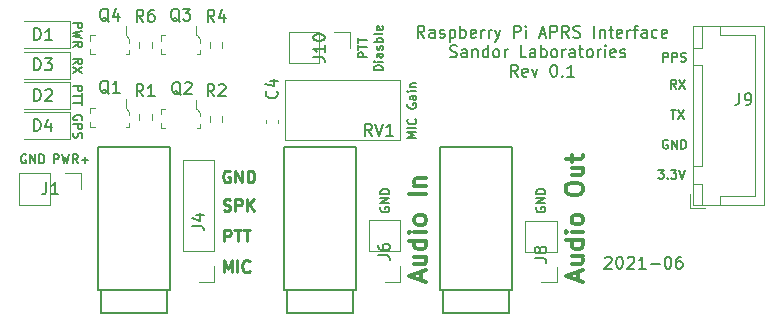
<source format=gbr>
%TF.GenerationSoftware,KiCad,Pcbnew,(5.1.9)-1*%
%TF.CreationDate,2021-06-10T09:26:42-06:00*%
%TF.ProjectId,sl-pi-aprs,736c2d70-692d-4617-9072-732e6b696361,rev?*%
%TF.SameCoordinates,Original*%
%TF.FileFunction,Legend,Top*%
%TF.FilePolarity,Positive*%
%FSLAX46Y46*%
G04 Gerber Fmt 4.6, Leading zero omitted, Abs format (unit mm)*
G04 Created by KiCad (PCBNEW (5.1.9)-1) date 2021-06-10 09:26:42*
%MOMM*%
%LPD*%
G01*
G04 APERTURE LIST*
%ADD10C,0.187500*%
%ADD11C,0.150000*%
%ADD12C,0.300000*%
%ADD13C,0.250000*%
%ADD14C,0.120000*%
%ADD15C,0.100000*%
G04 APERTURE END LIST*
D10*
X139439285Y-98521428D02*
X138689285Y-98521428D01*
X139225000Y-98271428D01*
X138689285Y-98021428D01*
X139439285Y-98021428D01*
X139439285Y-97664285D02*
X138689285Y-97664285D01*
X139367857Y-96878571D02*
X139403571Y-96914285D01*
X139439285Y-97021428D01*
X139439285Y-97092857D01*
X139403571Y-97200000D01*
X139332142Y-97271428D01*
X139260714Y-97307142D01*
X139117857Y-97342857D01*
X139010714Y-97342857D01*
X138867857Y-97307142D01*
X138796428Y-97271428D01*
X138725000Y-97200000D01*
X138689285Y-97092857D01*
X138689285Y-97021428D01*
X138725000Y-96914285D01*
X138760714Y-96878571D01*
X138725000Y-95592857D02*
X138689285Y-95664285D01*
X138689285Y-95771428D01*
X138725000Y-95878571D01*
X138796428Y-95950000D01*
X138867857Y-95985714D01*
X139010714Y-96021428D01*
X139117857Y-96021428D01*
X139260714Y-95985714D01*
X139332142Y-95950000D01*
X139403571Y-95878571D01*
X139439285Y-95771428D01*
X139439285Y-95700000D01*
X139403571Y-95592857D01*
X139367857Y-95557142D01*
X139117857Y-95557142D01*
X139117857Y-95700000D01*
X139439285Y-94914285D02*
X139046428Y-94914285D01*
X138975000Y-94950000D01*
X138939285Y-95021428D01*
X138939285Y-95164285D01*
X138975000Y-95235714D01*
X139403571Y-94914285D02*
X139439285Y-94985714D01*
X139439285Y-95164285D01*
X139403571Y-95235714D01*
X139332142Y-95271428D01*
X139260714Y-95271428D01*
X139189285Y-95235714D01*
X139153571Y-95164285D01*
X139153571Y-94985714D01*
X139117857Y-94914285D01*
X139439285Y-94557142D02*
X138939285Y-94557142D01*
X138689285Y-94557142D02*
X138725000Y-94592857D01*
X138760714Y-94557142D01*
X138725000Y-94521428D01*
X138689285Y-94557142D01*
X138760714Y-94557142D01*
X138939285Y-94200000D02*
X139439285Y-94200000D01*
X139010714Y-94200000D02*
X138975000Y-94164285D01*
X138939285Y-94092857D01*
X138939285Y-93985714D01*
X138975000Y-93914285D01*
X139046428Y-93878571D01*
X139439285Y-93878571D01*
D11*
X155414285Y-108647619D02*
X155461904Y-108600000D01*
X155557142Y-108552380D01*
X155795238Y-108552380D01*
X155890476Y-108600000D01*
X155938095Y-108647619D01*
X155985714Y-108742857D01*
X155985714Y-108838095D01*
X155938095Y-108980952D01*
X155366666Y-109552380D01*
X155985714Y-109552380D01*
X156604761Y-108552380D02*
X156700000Y-108552380D01*
X156795238Y-108600000D01*
X156842857Y-108647619D01*
X156890476Y-108742857D01*
X156938095Y-108933333D01*
X156938095Y-109171428D01*
X156890476Y-109361904D01*
X156842857Y-109457142D01*
X156795238Y-109504761D01*
X156700000Y-109552380D01*
X156604761Y-109552380D01*
X156509523Y-109504761D01*
X156461904Y-109457142D01*
X156414285Y-109361904D01*
X156366666Y-109171428D01*
X156366666Y-108933333D01*
X156414285Y-108742857D01*
X156461904Y-108647619D01*
X156509523Y-108600000D01*
X156604761Y-108552380D01*
X157319047Y-108647619D02*
X157366666Y-108600000D01*
X157461904Y-108552380D01*
X157700000Y-108552380D01*
X157795238Y-108600000D01*
X157842857Y-108647619D01*
X157890476Y-108742857D01*
X157890476Y-108838095D01*
X157842857Y-108980952D01*
X157271428Y-109552380D01*
X157890476Y-109552380D01*
X158842857Y-109552380D02*
X158271428Y-109552380D01*
X158557142Y-109552380D02*
X158557142Y-108552380D01*
X158461904Y-108695238D01*
X158366666Y-108790476D01*
X158271428Y-108838095D01*
X159271428Y-109171428D02*
X160033333Y-109171428D01*
X160700000Y-108552380D02*
X160795238Y-108552380D01*
X160890476Y-108600000D01*
X160938095Y-108647619D01*
X160985714Y-108742857D01*
X161033333Y-108933333D01*
X161033333Y-109171428D01*
X160985714Y-109361904D01*
X160938095Y-109457142D01*
X160890476Y-109504761D01*
X160795238Y-109552380D01*
X160700000Y-109552380D01*
X160604761Y-109504761D01*
X160557142Y-109457142D01*
X160509523Y-109361904D01*
X160461904Y-109171428D01*
X160461904Y-108933333D01*
X160509523Y-108742857D01*
X160557142Y-108647619D01*
X160604761Y-108600000D01*
X160700000Y-108552380D01*
X161890476Y-108552380D02*
X161700000Y-108552380D01*
X161604761Y-108600000D01*
X161557142Y-108647619D01*
X161461904Y-108790476D01*
X161414285Y-108980952D01*
X161414285Y-109361904D01*
X161461904Y-109457142D01*
X161509523Y-109504761D01*
X161604761Y-109552380D01*
X161795238Y-109552380D01*
X161890476Y-109504761D01*
X161938095Y-109457142D01*
X161985714Y-109361904D01*
X161985714Y-109123809D01*
X161938095Y-109028571D01*
X161890476Y-108980952D01*
X161795238Y-108933333D01*
X161604761Y-108933333D01*
X161509523Y-108980952D01*
X161461904Y-109028571D01*
X161414285Y-109123809D01*
X140123809Y-90002380D02*
X139790476Y-89526190D01*
X139552380Y-90002380D02*
X139552380Y-89002380D01*
X139933333Y-89002380D01*
X140028571Y-89050000D01*
X140076190Y-89097619D01*
X140123809Y-89192857D01*
X140123809Y-89335714D01*
X140076190Y-89430952D01*
X140028571Y-89478571D01*
X139933333Y-89526190D01*
X139552380Y-89526190D01*
X140980952Y-90002380D02*
X140980952Y-89478571D01*
X140933333Y-89383333D01*
X140838095Y-89335714D01*
X140647619Y-89335714D01*
X140552380Y-89383333D01*
X140980952Y-89954761D02*
X140885714Y-90002380D01*
X140647619Y-90002380D01*
X140552380Y-89954761D01*
X140504761Y-89859523D01*
X140504761Y-89764285D01*
X140552380Y-89669047D01*
X140647619Y-89621428D01*
X140885714Y-89621428D01*
X140980952Y-89573809D01*
X141409523Y-89954761D02*
X141504761Y-90002380D01*
X141695238Y-90002380D01*
X141790476Y-89954761D01*
X141838095Y-89859523D01*
X141838095Y-89811904D01*
X141790476Y-89716666D01*
X141695238Y-89669047D01*
X141552380Y-89669047D01*
X141457142Y-89621428D01*
X141409523Y-89526190D01*
X141409523Y-89478571D01*
X141457142Y-89383333D01*
X141552380Y-89335714D01*
X141695238Y-89335714D01*
X141790476Y-89383333D01*
X142266666Y-89335714D02*
X142266666Y-90335714D01*
X142266666Y-89383333D02*
X142361904Y-89335714D01*
X142552380Y-89335714D01*
X142647619Y-89383333D01*
X142695238Y-89430952D01*
X142742857Y-89526190D01*
X142742857Y-89811904D01*
X142695238Y-89907142D01*
X142647619Y-89954761D01*
X142552380Y-90002380D01*
X142361904Y-90002380D01*
X142266666Y-89954761D01*
X143171428Y-90002380D02*
X143171428Y-89002380D01*
X143171428Y-89383333D02*
X143266666Y-89335714D01*
X143457142Y-89335714D01*
X143552380Y-89383333D01*
X143600000Y-89430952D01*
X143647619Y-89526190D01*
X143647619Y-89811904D01*
X143600000Y-89907142D01*
X143552380Y-89954761D01*
X143457142Y-90002380D01*
X143266666Y-90002380D01*
X143171428Y-89954761D01*
X144457142Y-89954761D02*
X144361904Y-90002380D01*
X144171428Y-90002380D01*
X144076190Y-89954761D01*
X144028571Y-89859523D01*
X144028571Y-89478571D01*
X144076190Y-89383333D01*
X144171428Y-89335714D01*
X144361904Y-89335714D01*
X144457142Y-89383333D01*
X144504761Y-89478571D01*
X144504761Y-89573809D01*
X144028571Y-89669047D01*
X144933333Y-90002380D02*
X144933333Y-89335714D01*
X144933333Y-89526190D02*
X144980952Y-89430952D01*
X145028571Y-89383333D01*
X145123809Y-89335714D01*
X145219047Y-89335714D01*
X145552380Y-90002380D02*
X145552380Y-89335714D01*
X145552380Y-89526190D02*
X145600000Y-89430952D01*
X145647619Y-89383333D01*
X145742857Y-89335714D01*
X145838095Y-89335714D01*
X146076190Y-89335714D02*
X146314285Y-90002380D01*
X146552380Y-89335714D02*
X146314285Y-90002380D01*
X146219047Y-90240476D01*
X146171428Y-90288095D01*
X146076190Y-90335714D01*
X147695238Y-90002380D02*
X147695238Y-89002380D01*
X148076190Y-89002380D01*
X148171428Y-89050000D01*
X148219047Y-89097619D01*
X148266666Y-89192857D01*
X148266666Y-89335714D01*
X148219047Y-89430952D01*
X148171428Y-89478571D01*
X148076190Y-89526190D01*
X147695238Y-89526190D01*
X148695238Y-90002380D02*
X148695238Y-89335714D01*
X148695238Y-89002380D02*
X148647619Y-89050000D01*
X148695238Y-89097619D01*
X148742857Y-89050000D01*
X148695238Y-89002380D01*
X148695238Y-89097619D01*
X149885714Y-89716666D02*
X150361904Y-89716666D01*
X149790476Y-90002380D02*
X150123809Y-89002380D01*
X150457142Y-90002380D01*
X150790476Y-90002380D02*
X150790476Y-89002380D01*
X151171428Y-89002380D01*
X151266666Y-89050000D01*
X151314285Y-89097619D01*
X151361904Y-89192857D01*
X151361904Y-89335714D01*
X151314285Y-89430952D01*
X151266666Y-89478571D01*
X151171428Y-89526190D01*
X150790476Y-89526190D01*
X152361904Y-90002380D02*
X152028571Y-89526190D01*
X151790476Y-90002380D02*
X151790476Y-89002380D01*
X152171428Y-89002380D01*
X152266666Y-89050000D01*
X152314285Y-89097619D01*
X152361904Y-89192857D01*
X152361904Y-89335714D01*
X152314285Y-89430952D01*
X152266666Y-89478571D01*
X152171428Y-89526190D01*
X151790476Y-89526190D01*
X152742857Y-89954761D02*
X152885714Y-90002380D01*
X153123809Y-90002380D01*
X153219047Y-89954761D01*
X153266666Y-89907142D01*
X153314285Y-89811904D01*
X153314285Y-89716666D01*
X153266666Y-89621428D01*
X153219047Y-89573809D01*
X153123809Y-89526190D01*
X152933333Y-89478571D01*
X152838095Y-89430952D01*
X152790476Y-89383333D01*
X152742857Y-89288095D01*
X152742857Y-89192857D01*
X152790476Y-89097619D01*
X152838095Y-89050000D01*
X152933333Y-89002380D01*
X153171428Y-89002380D01*
X153314285Y-89050000D01*
X154504761Y-90002380D02*
X154504761Y-89002380D01*
X154980952Y-89335714D02*
X154980952Y-90002380D01*
X154980952Y-89430952D02*
X155028571Y-89383333D01*
X155123809Y-89335714D01*
X155266666Y-89335714D01*
X155361904Y-89383333D01*
X155409523Y-89478571D01*
X155409523Y-90002380D01*
X155742857Y-89335714D02*
X156123809Y-89335714D01*
X155885714Y-89002380D02*
X155885714Y-89859523D01*
X155933333Y-89954761D01*
X156028571Y-90002380D01*
X156123809Y-90002380D01*
X156838095Y-89954761D02*
X156742857Y-90002380D01*
X156552380Y-90002380D01*
X156457142Y-89954761D01*
X156409523Y-89859523D01*
X156409523Y-89478571D01*
X156457142Y-89383333D01*
X156552380Y-89335714D01*
X156742857Y-89335714D01*
X156838095Y-89383333D01*
X156885714Y-89478571D01*
X156885714Y-89573809D01*
X156409523Y-89669047D01*
X157314285Y-90002380D02*
X157314285Y-89335714D01*
X157314285Y-89526190D02*
X157361904Y-89430952D01*
X157409523Y-89383333D01*
X157504761Y-89335714D01*
X157600000Y-89335714D01*
X157790476Y-89335714D02*
X158171428Y-89335714D01*
X157933333Y-90002380D02*
X157933333Y-89145238D01*
X157980952Y-89050000D01*
X158076190Y-89002380D01*
X158171428Y-89002380D01*
X158933333Y-90002380D02*
X158933333Y-89478571D01*
X158885714Y-89383333D01*
X158790476Y-89335714D01*
X158600000Y-89335714D01*
X158504761Y-89383333D01*
X158933333Y-89954761D02*
X158838095Y-90002380D01*
X158600000Y-90002380D01*
X158504761Y-89954761D01*
X158457142Y-89859523D01*
X158457142Y-89764285D01*
X158504761Y-89669047D01*
X158600000Y-89621428D01*
X158838095Y-89621428D01*
X158933333Y-89573809D01*
X159838095Y-89954761D02*
X159742857Y-90002380D01*
X159552380Y-90002380D01*
X159457142Y-89954761D01*
X159409523Y-89907142D01*
X159361904Y-89811904D01*
X159361904Y-89526190D01*
X159409523Y-89430952D01*
X159457142Y-89383333D01*
X159552380Y-89335714D01*
X159742857Y-89335714D01*
X159838095Y-89383333D01*
X160647619Y-89954761D02*
X160552380Y-90002380D01*
X160361904Y-90002380D01*
X160266666Y-89954761D01*
X160219047Y-89859523D01*
X160219047Y-89478571D01*
X160266666Y-89383333D01*
X160361904Y-89335714D01*
X160552380Y-89335714D01*
X160647619Y-89383333D01*
X160695238Y-89478571D01*
X160695238Y-89573809D01*
X160219047Y-89669047D01*
X142290476Y-91604761D02*
X142433333Y-91652380D01*
X142671428Y-91652380D01*
X142766666Y-91604761D01*
X142814285Y-91557142D01*
X142861904Y-91461904D01*
X142861904Y-91366666D01*
X142814285Y-91271428D01*
X142766666Y-91223809D01*
X142671428Y-91176190D01*
X142480952Y-91128571D01*
X142385714Y-91080952D01*
X142338095Y-91033333D01*
X142290476Y-90938095D01*
X142290476Y-90842857D01*
X142338095Y-90747619D01*
X142385714Y-90700000D01*
X142480952Y-90652380D01*
X142719047Y-90652380D01*
X142861904Y-90700000D01*
X143719047Y-91652380D02*
X143719047Y-91128571D01*
X143671428Y-91033333D01*
X143576190Y-90985714D01*
X143385714Y-90985714D01*
X143290476Y-91033333D01*
X143719047Y-91604761D02*
X143623809Y-91652380D01*
X143385714Y-91652380D01*
X143290476Y-91604761D01*
X143242857Y-91509523D01*
X143242857Y-91414285D01*
X143290476Y-91319047D01*
X143385714Y-91271428D01*
X143623809Y-91271428D01*
X143719047Y-91223809D01*
X144195238Y-90985714D02*
X144195238Y-91652380D01*
X144195238Y-91080952D02*
X144242857Y-91033333D01*
X144338095Y-90985714D01*
X144480952Y-90985714D01*
X144576190Y-91033333D01*
X144623809Y-91128571D01*
X144623809Y-91652380D01*
X145528571Y-91652380D02*
X145528571Y-90652380D01*
X145528571Y-91604761D02*
X145433333Y-91652380D01*
X145242857Y-91652380D01*
X145147619Y-91604761D01*
X145100000Y-91557142D01*
X145052380Y-91461904D01*
X145052380Y-91176190D01*
X145100000Y-91080952D01*
X145147619Y-91033333D01*
X145242857Y-90985714D01*
X145433333Y-90985714D01*
X145528571Y-91033333D01*
X146147619Y-91652380D02*
X146052380Y-91604761D01*
X146004761Y-91557142D01*
X145957142Y-91461904D01*
X145957142Y-91176190D01*
X146004761Y-91080952D01*
X146052380Y-91033333D01*
X146147619Y-90985714D01*
X146290476Y-90985714D01*
X146385714Y-91033333D01*
X146433333Y-91080952D01*
X146480952Y-91176190D01*
X146480952Y-91461904D01*
X146433333Y-91557142D01*
X146385714Y-91604761D01*
X146290476Y-91652380D01*
X146147619Y-91652380D01*
X146909523Y-91652380D02*
X146909523Y-90985714D01*
X146909523Y-91176190D02*
X146957142Y-91080952D01*
X147004761Y-91033333D01*
X147100000Y-90985714D01*
X147195238Y-90985714D01*
X148766666Y-91652380D02*
X148290476Y-91652380D01*
X148290476Y-90652380D01*
X149528571Y-91652380D02*
X149528571Y-91128571D01*
X149480952Y-91033333D01*
X149385714Y-90985714D01*
X149195238Y-90985714D01*
X149100000Y-91033333D01*
X149528571Y-91604761D02*
X149433333Y-91652380D01*
X149195238Y-91652380D01*
X149100000Y-91604761D01*
X149052380Y-91509523D01*
X149052380Y-91414285D01*
X149100000Y-91319047D01*
X149195238Y-91271428D01*
X149433333Y-91271428D01*
X149528571Y-91223809D01*
X150004761Y-91652380D02*
X150004761Y-90652380D01*
X150004761Y-91033333D02*
X150100000Y-90985714D01*
X150290476Y-90985714D01*
X150385714Y-91033333D01*
X150433333Y-91080952D01*
X150480952Y-91176190D01*
X150480952Y-91461904D01*
X150433333Y-91557142D01*
X150385714Y-91604761D01*
X150290476Y-91652380D01*
X150100000Y-91652380D01*
X150004761Y-91604761D01*
X151052380Y-91652380D02*
X150957142Y-91604761D01*
X150909523Y-91557142D01*
X150861904Y-91461904D01*
X150861904Y-91176190D01*
X150909523Y-91080952D01*
X150957142Y-91033333D01*
X151052380Y-90985714D01*
X151195238Y-90985714D01*
X151290476Y-91033333D01*
X151338095Y-91080952D01*
X151385714Y-91176190D01*
X151385714Y-91461904D01*
X151338095Y-91557142D01*
X151290476Y-91604761D01*
X151195238Y-91652380D01*
X151052380Y-91652380D01*
X151814285Y-91652380D02*
X151814285Y-90985714D01*
X151814285Y-91176190D02*
X151861904Y-91080952D01*
X151909523Y-91033333D01*
X152004761Y-90985714D01*
X152100000Y-90985714D01*
X152861904Y-91652380D02*
X152861904Y-91128571D01*
X152814285Y-91033333D01*
X152719047Y-90985714D01*
X152528571Y-90985714D01*
X152433333Y-91033333D01*
X152861904Y-91604761D02*
X152766666Y-91652380D01*
X152528571Y-91652380D01*
X152433333Y-91604761D01*
X152385714Y-91509523D01*
X152385714Y-91414285D01*
X152433333Y-91319047D01*
X152528571Y-91271428D01*
X152766666Y-91271428D01*
X152861904Y-91223809D01*
X153195238Y-90985714D02*
X153576190Y-90985714D01*
X153338095Y-90652380D02*
X153338095Y-91509523D01*
X153385714Y-91604761D01*
X153480952Y-91652380D01*
X153576190Y-91652380D01*
X154052380Y-91652380D02*
X153957142Y-91604761D01*
X153909523Y-91557142D01*
X153861904Y-91461904D01*
X153861904Y-91176190D01*
X153909523Y-91080952D01*
X153957142Y-91033333D01*
X154052380Y-90985714D01*
X154195238Y-90985714D01*
X154290476Y-91033333D01*
X154338095Y-91080952D01*
X154385714Y-91176190D01*
X154385714Y-91461904D01*
X154338095Y-91557142D01*
X154290476Y-91604761D01*
X154195238Y-91652380D01*
X154052380Y-91652380D01*
X154814285Y-91652380D02*
X154814285Y-90985714D01*
X154814285Y-91176190D02*
X154861904Y-91080952D01*
X154909523Y-91033333D01*
X155004761Y-90985714D01*
X155100000Y-90985714D01*
X155433333Y-91652380D02*
X155433333Y-90985714D01*
X155433333Y-90652380D02*
X155385714Y-90700000D01*
X155433333Y-90747619D01*
X155480952Y-90700000D01*
X155433333Y-90652380D01*
X155433333Y-90747619D01*
X156290476Y-91604761D02*
X156195238Y-91652380D01*
X156004761Y-91652380D01*
X155909523Y-91604761D01*
X155861904Y-91509523D01*
X155861904Y-91128571D01*
X155909523Y-91033333D01*
X156004761Y-90985714D01*
X156195238Y-90985714D01*
X156290476Y-91033333D01*
X156338095Y-91128571D01*
X156338095Y-91223809D01*
X155861904Y-91319047D01*
X156719047Y-91604761D02*
X156814285Y-91652380D01*
X157004761Y-91652380D01*
X157100000Y-91604761D01*
X157147619Y-91509523D01*
X157147619Y-91461904D01*
X157100000Y-91366666D01*
X157004761Y-91319047D01*
X156861904Y-91319047D01*
X156766666Y-91271428D01*
X156719047Y-91176190D01*
X156719047Y-91128571D01*
X156766666Y-91033333D01*
X156861904Y-90985714D01*
X157004761Y-90985714D01*
X157100000Y-91033333D01*
X148028571Y-93302380D02*
X147695238Y-92826190D01*
X147457142Y-93302380D02*
X147457142Y-92302380D01*
X147838095Y-92302380D01*
X147933333Y-92350000D01*
X147980952Y-92397619D01*
X148028571Y-92492857D01*
X148028571Y-92635714D01*
X147980952Y-92730952D01*
X147933333Y-92778571D01*
X147838095Y-92826190D01*
X147457142Y-92826190D01*
X148838095Y-93254761D02*
X148742857Y-93302380D01*
X148552380Y-93302380D01*
X148457142Y-93254761D01*
X148409523Y-93159523D01*
X148409523Y-92778571D01*
X148457142Y-92683333D01*
X148552380Y-92635714D01*
X148742857Y-92635714D01*
X148838095Y-92683333D01*
X148885714Y-92778571D01*
X148885714Y-92873809D01*
X148409523Y-92969047D01*
X149219047Y-92635714D02*
X149457142Y-93302380D01*
X149695238Y-92635714D01*
X151028571Y-92302380D02*
X151123809Y-92302380D01*
X151219047Y-92350000D01*
X151266666Y-92397619D01*
X151314285Y-92492857D01*
X151361904Y-92683333D01*
X151361904Y-92921428D01*
X151314285Y-93111904D01*
X151266666Y-93207142D01*
X151219047Y-93254761D01*
X151123809Y-93302380D01*
X151028571Y-93302380D01*
X150933333Y-93254761D01*
X150885714Y-93207142D01*
X150838095Y-93111904D01*
X150790476Y-92921428D01*
X150790476Y-92683333D01*
X150838095Y-92492857D01*
X150885714Y-92397619D01*
X150933333Y-92350000D01*
X151028571Y-92302380D01*
X151790476Y-93207142D02*
X151838095Y-93254761D01*
X151790476Y-93302380D01*
X151742857Y-93254761D01*
X151790476Y-93207142D01*
X151790476Y-93302380D01*
X152790476Y-93302380D02*
X152219047Y-93302380D01*
X152504761Y-93302380D02*
X152504761Y-92302380D01*
X152409523Y-92445238D01*
X152314285Y-92540476D01*
X152219047Y-92588095D01*
D10*
X159928857Y-101189285D02*
X160393142Y-101189285D01*
X160143142Y-101475000D01*
X160250285Y-101475000D01*
X160321714Y-101510714D01*
X160357428Y-101546428D01*
X160393142Y-101617857D01*
X160393142Y-101796428D01*
X160357428Y-101867857D01*
X160321714Y-101903571D01*
X160250285Y-101939285D01*
X160036000Y-101939285D01*
X159964571Y-101903571D01*
X159928857Y-101867857D01*
X160714571Y-101867857D02*
X160750285Y-101903571D01*
X160714571Y-101939285D01*
X160678857Y-101903571D01*
X160714571Y-101867857D01*
X160714571Y-101939285D01*
X161000285Y-101189285D02*
X161464571Y-101189285D01*
X161214571Y-101475000D01*
X161321714Y-101475000D01*
X161393142Y-101510714D01*
X161428857Y-101546428D01*
X161464571Y-101617857D01*
X161464571Y-101796428D01*
X161428857Y-101867857D01*
X161393142Y-101903571D01*
X161321714Y-101939285D01*
X161107428Y-101939285D01*
X161036000Y-101903571D01*
X161000285Y-101867857D01*
X161678857Y-101189285D02*
X161928857Y-101939285D01*
X162178857Y-101189285D01*
X160718571Y-98685000D02*
X160647142Y-98649285D01*
X160540000Y-98649285D01*
X160432857Y-98685000D01*
X160361428Y-98756428D01*
X160325714Y-98827857D01*
X160290000Y-98970714D01*
X160290000Y-99077857D01*
X160325714Y-99220714D01*
X160361428Y-99292142D01*
X160432857Y-99363571D01*
X160540000Y-99399285D01*
X160611428Y-99399285D01*
X160718571Y-99363571D01*
X160754285Y-99327857D01*
X160754285Y-99077857D01*
X160611428Y-99077857D01*
X161075714Y-99399285D02*
X161075714Y-98649285D01*
X161504285Y-99399285D01*
X161504285Y-98649285D01*
X161861428Y-99399285D02*
X161861428Y-98649285D01*
X162040000Y-98649285D01*
X162147142Y-98685000D01*
X162218571Y-98756428D01*
X162254285Y-98827857D01*
X162290000Y-98970714D01*
X162290000Y-99077857D01*
X162254285Y-99220714D01*
X162218571Y-99292142D01*
X162147142Y-99363571D01*
X162040000Y-99399285D01*
X161861428Y-99399285D01*
X160972571Y-96109285D02*
X161401142Y-96109285D01*
X161186857Y-96859285D02*
X161186857Y-96109285D01*
X161579714Y-96109285D02*
X162079714Y-96859285D01*
X162079714Y-96109285D02*
X161579714Y-96859285D01*
X161419000Y-94319285D02*
X161169000Y-93962142D01*
X160990428Y-94319285D02*
X160990428Y-93569285D01*
X161276142Y-93569285D01*
X161347571Y-93605000D01*
X161383285Y-93640714D01*
X161419000Y-93712142D01*
X161419000Y-93819285D01*
X161383285Y-93890714D01*
X161347571Y-93926428D01*
X161276142Y-93962142D01*
X160990428Y-93962142D01*
X161669000Y-93569285D02*
X162169000Y-94319285D01*
X162169000Y-93569285D02*
X161669000Y-94319285D01*
X160361428Y-92033285D02*
X160361428Y-91283285D01*
X160647142Y-91283285D01*
X160718571Y-91319000D01*
X160754285Y-91354714D01*
X160790000Y-91426142D01*
X160790000Y-91533285D01*
X160754285Y-91604714D01*
X160718571Y-91640428D01*
X160647142Y-91676142D01*
X160361428Y-91676142D01*
X161111428Y-92033285D02*
X161111428Y-91283285D01*
X161397142Y-91283285D01*
X161468571Y-91319000D01*
X161504285Y-91354714D01*
X161540000Y-91426142D01*
X161540000Y-91533285D01*
X161504285Y-91604714D01*
X161468571Y-91640428D01*
X161397142Y-91676142D01*
X161111428Y-91676142D01*
X161825714Y-91997571D02*
X161932857Y-92033285D01*
X162111428Y-92033285D01*
X162182857Y-91997571D01*
X162218571Y-91961857D01*
X162254285Y-91890428D01*
X162254285Y-91819000D01*
X162218571Y-91747571D01*
X162182857Y-91711857D01*
X162111428Y-91676142D01*
X161968571Y-91640428D01*
X161897142Y-91604714D01*
X161861428Y-91569000D01*
X161825714Y-91497571D01*
X161825714Y-91426142D01*
X161861428Y-91354714D01*
X161897142Y-91319000D01*
X161968571Y-91283285D01*
X162147142Y-91283285D01*
X162254285Y-91319000D01*
X149625000Y-104371428D02*
X149589285Y-104442857D01*
X149589285Y-104550000D01*
X149625000Y-104657142D01*
X149696428Y-104728571D01*
X149767857Y-104764285D01*
X149910714Y-104800000D01*
X150017857Y-104800000D01*
X150160714Y-104764285D01*
X150232142Y-104728571D01*
X150303571Y-104657142D01*
X150339285Y-104550000D01*
X150339285Y-104478571D01*
X150303571Y-104371428D01*
X150267857Y-104335714D01*
X150017857Y-104335714D01*
X150017857Y-104478571D01*
X150339285Y-104014285D02*
X149589285Y-104014285D01*
X150339285Y-103585714D01*
X149589285Y-103585714D01*
X150339285Y-103228571D02*
X149589285Y-103228571D01*
X149589285Y-103050000D01*
X149625000Y-102942857D01*
X149696428Y-102871428D01*
X149767857Y-102835714D01*
X149910714Y-102800000D01*
X150017857Y-102800000D01*
X150160714Y-102835714D01*
X150232142Y-102871428D01*
X150303571Y-102942857D01*
X150339285Y-103050000D01*
X150339285Y-103228571D01*
X136425000Y-104371428D02*
X136389285Y-104442857D01*
X136389285Y-104550000D01*
X136425000Y-104657142D01*
X136496428Y-104728571D01*
X136567857Y-104764285D01*
X136710714Y-104800000D01*
X136817857Y-104800000D01*
X136960714Y-104764285D01*
X137032142Y-104728571D01*
X137103571Y-104657142D01*
X137139285Y-104550000D01*
X137139285Y-104478571D01*
X137103571Y-104371428D01*
X137067857Y-104335714D01*
X136817857Y-104335714D01*
X136817857Y-104478571D01*
X137139285Y-104014285D02*
X136389285Y-104014285D01*
X137139285Y-103585714D01*
X136389285Y-103585714D01*
X137139285Y-103228571D02*
X136389285Y-103228571D01*
X136389285Y-103050000D01*
X136425000Y-102942857D01*
X136496428Y-102871428D01*
X136567857Y-102835714D01*
X136710714Y-102800000D01*
X136817857Y-102800000D01*
X136960714Y-102835714D01*
X137032142Y-102871428D01*
X137103571Y-102942857D01*
X137139285Y-103050000D01*
X137139285Y-103228571D01*
X135283035Y-91667857D02*
X134533035Y-91667857D01*
X134533035Y-91382142D01*
X134568750Y-91310714D01*
X134604464Y-91275000D01*
X134675892Y-91239285D01*
X134783035Y-91239285D01*
X134854464Y-91275000D01*
X134890178Y-91310714D01*
X134925892Y-91382142D01*
X134925892Y-91667857D01*
X134533035Y-91025000D02*
X134533035Y-90596428D01*
X135283035Y-90810714D02*
X134533035Y-90810714D01*
X134533035Y-90453571D02*
X134533035Y-90025000D01*
X135283035Y-90239285D02*
X134533035Y-90239285D01*
X136595535Y-92775000D02*
X135845535Y-92775000D01*
X135845535Y-92596428D01*
X135881250Y-92489285D01*
X135952678Y-92417857D01*
X136024107Y-92382142D01*
X136166964Y-92346428D01*
X136274107Y-92346428D01*
X136416964Y-92382142D01*
X136488392Y-92417857D01*
X136559821Y-92489285D01*
X136595535Y-92596428D01*
X136595535Y-92775000D01*
X136595535Y-92025000D02*
X136095535Y-92025000D01*
X135845535Y-92025000D02*
X135881250Y-92060714D01*
X135916964Y-92025000D01*
X135881250Y-91989285D01*
X135845535Y-92025000D01*
X135916964Y-92025000D01*
X136595535Y-91346428D02*
X136202678Y-91346428D01*
X136131250Y-91382142D01*
X136095535Y-91453571D01*
X136095535Y-91596428D01*
X136131250Y-91667857D01*
X136559821Y-91346428D02*
X136595535Y-91417857D01*
X136595535Y-91596428D01*
X136559821Y-91667857D01*
X136488392Y-91703571D01*
X136416964Y-91703571D01*
X136345535Y-91667857D01*
X136309821Y-91596428D01*
X136309821Y-91417857D01*
X136274107Y-91346428D01*
X136559821Y-91025000D02*
X136595535Y-90953571D01*
X136595535Y-90810714D01*
X136559821Y-90739285D01*
X136488392Y-90703571D01*
X136452678Y-90703571D01*
X136381250Y-90739285D01*
X136345535Y-90810714D01*
X136345535Y-90917857D01*
X136309821Y-90989285D01*
X136238392Y-91025000D01*
X136202678Y-91025000D01*
X136131250Y-90989285D01*
X136095535Y-90917857D01*
X136095535Y-90810714D01*
X136131250Y-90739285D01*
X136595535Y-90382142D02*
X135845535Y-90382142D01*
X136131250Y-90382142D02*
X136095535Y-90310714D01*
X136095535Y-90167857D01*
X136131250Y-90096428D01*
X136166964Y-90060714D01*
X136238392Y-90025000D01*
X136452678Y-90025000D01*
X136524107Y-90060714D01*
X136559821Y-90096428D01*
X136595535Y-90167857D01*
X136595535Y-90310714D01*
X136559821Y-90382142D01*
X136595535Y-89596428D02*
X136559821Y-89667857D01*
X136488392Y-89703571D01*
X135845535Y-89703571D01*
X136559821Y-89025000D02*
X136595535Y-89096428D01*
X136595535Y-89239285D01*
X136559821Y-89310714D01*
X136488392Y-89346428D01*
X136202678Y-89346428D01*
X136131250Y-89310714D01*
X136095535Y-89239285D01*
X136095535Y-89096428D01*
X136131250Y-89025000D01*
X136202678Y-88989285D01*
X136274107Y-88989285D01*
X136345535Y-89346428D01*
X106378571Y-99925000D02*
X106307142Y-99889285D01*
X106200000Y-99889285D01*
X106092857Y-99925000D01*
X106021428Y-99996428D01*
X105985714Y-100067857D01*
X105950000Y-100210714D01*
X105950000Y-100317857D01*
X105985714Y-100460714D01*
X106021428Y-100532142D01*
X106092857Y-100603571D01*
X106200000Y-100639285D01*
X106271428Y-100639285D01*
X106378571Y-100603571D01*
X106414285Y-100567857D01*
X106414285Y-100317857D01*
X106271428Y-100317857D01*
X106735714Y-100639285D02*
X106735714Y-99889285D01*
X107164285Y-100639285D01*
X107164285Y-99889285D01*
X107521428Y-100639285D02*
X107521428Y-99889285D01*
X107700000Y-99889285D01*
X107807142Y-99925000D01*
X107878571Y-99996428D01*
X107914285Y-100067857D01*
X107950000Y-100210714D01*
X107950000Y-100317857D01*
X107914285Y-100460714D01*
X107878571Y-100532142D01*
X107807142Y-100603571D01*
X107700000Y-100639285D01*
X107521428Y-100639285D01*
X108735714Y-100639285D02*
X108735714Y-99889285D01*
X109021428Y-99889285D01*
X109092857Y-99925000D01*
X109128571Y-99960714D01*
X109164285Y-100032142D01*
X109164285Y-100139285D01*
X109128571Y-100210714D01*
X109092857Y-100246428D01*
X109021428Y-100282142D01*
X108735714Y-100282142D01*
X109414285Y-99889285D02*
X109592857Y-100639285D01*
X109735714Y-100103571D01*
X109878571Y-100639285D01*
X110057142Y-99889285D01*
X110771428Y-100639285D02*
X110521428Y-100282142D01*
X110342857Y-100639285D02*
X110342857Y-99889285D01*
X110628571Y-99889285D01*
X110700000Y-99925000D01*
X110735714Y-99960714D01*
X110771428Y-100032142D01*
X110771428Y-100139285D01*
X110735714Y-100210714D01*
X110700000Y-100246428D01*
X110628571Y-100282142D01*
X110342857Y-100282142D01*
X111092857Y-100353571D02*
X111664285Y-100353571D01*
X111378571Y-100639285D02*
X111378571Y-100067857D01*
X111124800Y-96962285D02*
X111160514Y-96890857D01*
X111160514Y-96783714D01*
X111124800Y-96676571D01*
X111053371Y-96605142D01*
X110981942Y-96569428D01*
X110839085Y-96533714D01*
X110731942Y-96533714D01*
X110589085Y-96569428D01*
X110517657Y-96605142D01*
X110446228Y-96676571D01*
X110410514Y-96783714D01*
X110410514Y-96855142D01*
X110446228Y-96962285D01*
X110481942Y-96998000D01*
X110731942Y-96998000D01*
X110731942Y-96855142D01*
X110410514Y-97319428D02*
X111160514Y-97319428D01*
X111160514Y-97605142D01*
X111124800Y-97676571D01*
X111089085Y-97712285D01*
X111017657Y-97748000D01*
X110910514Y-97748000D01*
X110839085Y-97712285D01*
X110803371Y-97676571D01*
X110767657Y-97605142D01*
X110767657Y-97319428D01*
X110446228Y-98033714D02*
X110410514Y-98140857D01*
X110410514Y-98319428D01*
X110446228Y-98390857D01*
X110481942Y-98426571D01*
X110553371Y-98462285D01*
X110624800Y-98462285D01*
X110696228Y-98426571D01*
X110731942Y-98390857D01*
X110767657Y-98319428D01*
X110803371Y-98176571D01*
X110839085Y-98105142D01*
X110874800Y-98069428D01*
X110946228Y-98033714D01*
X111017657Y-98033714D01*
X111089085Y-98069428D01*
X111124800Y-98105142D01*
X111160514Y-98176571D01*
X111160514Y-98355142D01*
X111124800Y-98462285D01*
X110410714Y-92225000D02*
X110767857Y-91975000D01*
X110410714Y-91796428D02*
X111160714Y-91796428D01*
X111160714Y-92082142D01*
X111125000Y-92153571D01*
X111089285Y-92189285D01*
X111017857Y-92225000D01*
X110910714Y-92225000D01*
X110839285Y-92189285D01*
X110803571Y-92153571D01*
X110767857Y-92082142D01*
X110767857Y-91796428D01*
X111160714Y-92475000D02*
X110410714Y-92975000D01*
X111160714Y-92975000D02*
X110410714Y-92475000D01*
X110410714Y-94082142D02*
X111160714Y-94082142D01*
X111160714Y-94367857D01*
X111125000Y-94439285D01*
X111089285Y-94475000D01*
X111017857Y-94510714D01*
X110910714Y-94510714D01*
X110839285Y-94475000D01*
X110803571Y-94439285D01*
X110767857Y-94367857D01*
X110767857Y-94082142D01*
X111160714Y-94725000D02*
X111160714Y-95153571D01*
X110410714Y-94939285D02*
X111160714Y-94939285D01*
X111160714Y-95296428D02*
X111160714Y-95725000D01*
X110410714Y-95510714D02*
X111160714Y-95510714D01*
X110410714Y-88750000D02*
X111160714Y-88750000D01*
X111160714Y-89035714D01*
X111125000Y-89107142D01*
X111089285Y-89142857D01*
X111017857Y-89178571D01*
X110910714Y-89178571D01*
X110839285Y-89142857D01*
X110803571Y-89107142D01*
X110767857Y-89035714D01*
X110767857Y-88750000D01*
X111160714Y-89428571D02*
X110410714Y-89607142D01*
X110946428Y-89750000D01*
X110410714Y-89892857D01*
X111160714Y-90071428D01*
X110410714Y-90785714D02*
X110767857Y-90535714D01*
X110410714Y-90357142D02*
X111160714Y-90357142D01*
X111160714Y-90642857D01*
X111125000Y-90714285D01*
X111089285Y-90750000D01*
X111017857Y-90785714D01*
X110910714Y-90785714D01*
X110839285Y-90750000D01*
X110803571Y-90714285D01*
X110767857Y-90642857D01*
X110767857Y-90357142D01*
D12*
X153150000Y-110514285D02*
X153150000Y-109800000D01*
X153578571Y-110657142D02*
X152078571Y-110157142D01*
X153578571Y-109657142D01*
X152578571Y-108514285D02*
X153578571Y-108514285D01*
X152578571Y-109157142D02*
X153364285Y-109157142D01*
X153507142Y-109085714D01*
X153578571Y-108942857D01*
X153578571Y-108728571D01*
X153507142Y-108585714D01*
X153435714Y-108514285D01*
X153578571Y-107157142D02*
X152078571Y-107157142D01*
X153507142Y-107157142D02*
X153578571Y-107300000D01*
X153578571Y-107585714D01*
X153507142Y-107728571D01*
X153435714Y-107800000D01*
X153292857Y-107871428D01*
X152864285Y-107871428D01*
X152721428Y-107800000D01*
X152650000Y-107728571D01*
X152578571Y-107585714D01*
X152578571Y-107300000D01*
X152650000Y-107157142D01*
X153578571Y-106442857D02*
X152578571Y-106442857D01*
X152078571Y-106442857D02*
X152150000Y-106514285D01*
X152221428Y-106442857D01*
X152150000Y-106371428D01*
X152078571Y-106442857D01*
X152221428Y-106442857D01*
X153578571Y-105514285D02*
X153507142Y-105657142D01*
X153435714Y-105728571D01*
X153292857Y-105800000D01*
X152864285Y-105800000D01*
X152721428Y-105728571D01*
X152650000Y-105657142D01*
X152578571Y-105514285D01*
X152578571Y-105300000D01*
X152650000Y-105157142D01*
X152721428Y-105085714D01*
X152864285Y-105014285D01*
X153292857Y-105014285D01*
X153435714Y-105085714D01*
X153507142Y-105157142D01*
X153578571Y-105300000D01*
X153578571Y-105514285D01*
X152078571Y-102942857D02*
X152078571Y-102657142D01*
X152150000Y-102514285D01*
X152292857Y-102371428D01*
X152578571Y-102300000D01*
X153078571Y-102300000D01*
X153364285Y-102371428D01*
X153507142Y-102514285D01*
X153578571Y-102657142D01*
X153578571Y-102942857D01*
X153507142Y-103085714D01*
X153364285Y-103228571D01*
X153078571Y-103300000D01*
X152578571Y-103300000D01*
X152292857Y-103228571D01*
X152150000Y-103085714D01*
X152078571Y-102942857D01*
X152578571Y-101014285D02*
X153578571Y-101014285D01*
X152578571Y-101657142D02*
X153364285Y-101657142D01*
X153507142Y-101585714D01*
X153578571Y-101442857D01*
X153578571Y-101228571D01*
X153507142Y-101085714D01*
X153435714Y-101014285D01*
X152578571Y-100514285D02*
X152578571Y-99942857D01*
X152078571Y-100300000D02*
X153364285Y-100300000D01*
X153507142Y-100228571D01*
X153578571Y-100085714D01*
X153578571Y-99942857D01*
X139850000Y-110557142D02*
X139850000Y-109842857D01*
X140278571Y-110700000D02*
X138778571Y-110200000D01*
X140278571Y-109700000D01*
X139278571Y-108557142D02*
X140278571Y-108557142D01*
X139278571Y-109200000D02*
X140064285Y-109200000D01*
X140207142Y-109128571D01*
X140278571Y-108985714D01*
X140278571Y-108771428D01*
X140207142Y-108628571D01*
X140135714Y-108557142D01*
X140278571Y-107200000D02*
X138778571Y-107200000D01*
X140207142Y-107200000D02*
X140278571Y-107342857D01*
X140278571Y-107628571D01*
X140207142Y-107771428D01*
X140135714Y-107842857D01*
X139992857Y-107914285D01*
X139564285Y-107914285D01*
X139421428Y-107842857D01*
X139350000Y-107771428D01*
X139278571Y-107628571D01*
X139278571Y-107342857D01*
X139350000Y-107200000D01*
X140278571Y-106485714D02*
X139278571Y-106485714D01*
X138778571Y-106485714D02*
X138850000Y-106557142D01*
X138921428Y-106485714D01*
X138850000Y-106414285D01*
X138778571Y-106485714D01*
X138921428Y-106485714D01*
X140278571Y-105557142D02*
X140207142Y-105700000D01*
X140135714Y-105771428D01*
X139992857Y-105842857D01*
X139564285Y-105842857D01*
X139421428Y-105771428D01*
X139350000Y-105700000D01*
X139278571Y-105557142D01*
X139278571Y-105342857D01*
X139350000Y-105200000D01*
X139421428Y-105128571D01*
X139564285Y-105057142D01*
X139992857Y-105057142D01*
X140135714Y-105128571D01*
X140207142Y-105200000D01*
X140278571Y-105342857D01*
X140278571Y-105557142D01*
X140278571Y-103271428D02*
X138778571Y-103271428D01*
X139278571Y-102557142D02*
X140278571Y-102557142D01*
X139421428Y-102557142D02*
X139350000Y-102485714D01*
X139278571Y-102342857D01*
X139278571Y-102128571D01*
X139350000Y-101985714D01*
X139492857Y-101914285D01*
X140278571Y-101914285D01*
D13*
X123128571Y-109852380D02*
X123128571Y-108852380D01*
X123461904Y-109566666D01*
X123795238Y-108852380D01*
X123795238Y-109852380D01*
X124271428Y-109852380D02*
X124271428Y-108852380D01*
X125319047Y-109757142D02*
X125271428Y-109804761D01*
X125128571Y-109852380D01*
X125033333Y-109852380D01*
X124890476Y-109804761D01*
X124795238Y-109709523D01*
X124747619Y-109614285D01*
X124700000Y-109423809D01*
X124700000Y-109280952D01*
X124747619Y-109090476D01*
X124795238Y-108995238D01*
X124890476Y-108900000D01*
X125033333Y-108852380D01*
X125128571Y-108852380D01*
X125271428Y-108900000D01*
X125319047Y-108947619D01*
X123176190Y-107252380D02*
X123176190Y-106252380D01*
X123557142Y-106252380D01*
X123652380Y-106300000D01*
X123700000Y-106347619D01*
X123747619Y-106442857D01*
X123747619Y-106585714D01*
X123700000Y-106680952D01*
X123652380Y-106728571D01*
X123557142Y-106776190D01*
X123176190Y-106776190D01*
X124033333Y-106252380D02*
X124604761Y-106252380D01*
X124319047Y-107252380D02*
X124319047Y-106252380D01*
X124795238Y-106252380D02*
X125366666Y-106252380D01*
X125080952Y-107252380D02*
X125080952Y-106252380D01*
X123114285Y-104620961D02*
X123257142Y-104668580D01*
X123495238Y-104668580D01*
X123590476Y-104620961D01*
X123638095Y-104573342D01*
X123685714Y-104478104D01*
X123685714Y-104382866D01*
X123638095Y-104287628D01*
X123590476Y-104240009D01*
X123495238Y-104192390D01*
X123304761Y-104144771D01*
X123209523Y-104097152D01*
X123161904Y-104049533D01*
X123114285Y-103954295D01*
X123114285Y-103859057D01*
X123161904Y-103763819D01*
X123209523Y-103716200D01*
X123304761Y-103668580D01*
X123542857Y-103668580D01*
X123685714Y-103716200D01*
X124114285Y-104668580D02*
X124114285Y-103668580D01*
X124495238Y-103668580D01*
X124590476Y-103716200D01*
X124638095Y-103763819D01*
X124685714Y-103859057D01*
X124685714Y-104001914D01*
X124638095Y-104097152D01*
X124590476Y-104144771D01*
X124495238Y-104192390D01*
X124114285Y-104192390D01*
X125114285Y-104668580D02*
X125114285Y-103668580D01*
X125685714Y-104668580D02*
X125257142Y-104097152D01*
X125685714Y-103668580D02*
X125114285Y-104240009D01*
X123638095Y-101300000D02*
X123542857Y-101252380D01*
X123400000Y-101252380D01*
X123257142Y-101300000D01*
X123161904Y-101395238D01*
X123114285Y-101490476D01*
X123066666Y-101680952D01*
X123066666Y-101823809D01*
X123114285Y-102014285D01*
X123161904Y-102109523D01*
X123257142Y-102204761D01*
X123400000Y-102252380D01*
X123495238Y-102252380D01*
X123638095Y-102204761D01*
X123685714Y-102157142D01*
X123685714Y-101823809D01*
X123495238Y-101823809D01*
X124114285Y-102252380D02*
X124114285Y-101252380D01*
X124685714Y-102252380D01*
X124685714Y-101252380D01*
X125161904Y-102252380D02*
X125161904Y-101252380D01*
X125400000Y-101252380D01*
X125542857Y-101300000D01*
X125638095Y-101395238D01*
X125685714Y-101490476D01*
X125733333Y-101680952D01*
X125733333Y-101823809D01*
X125685714Y-102014285D01*
X125638095Y-102109523D01*
X125542857Y-102204761D01*
X125400000Y-102252380D01*
X125161904Y-102252380D01*
D14*
%TO.C,J9*%
X162894000Y-104160000D02*
X168864000Y-104160000D01*
X168864000Y-104160000D02*
X168864000Y-89040000D01*
X168864000Y-89040000D02*
X162894000Y-89040000D01*
X162894000Y-89040000D02*
X162894000Y-104160000D01*
X162904000Y-100850000D02*
X163654000Y-100850000D01*
X163654000Y-100850000D02*
X163654000Y-92350000D01*
X163654000Y-92350000D02*
X162904000Y-92350000D01*
X162904000Y-92350000D02*
X162904000Y-100850000D01*
X162904000Y-104150000D02*
X163654000Y-104150000D01*
X163654000Y-104150000D02*
X163654000Y-102350000D01*
X163654000Y-102350000D02*
X162904000Y-102350000D01*
X162904000Y-102350000D02*
X162904000Y-104150000D01*
X162904000Y-90850000D02*
X163654000Y-90850000D01*
X163654000Y-90850000D02*
X163654000Y-89050000D01*
X163654000Y-89050000D02*
X162904000Y-89050000D01*
X162904000Y-89050000D02*
X162904000Y-90850000D01*
X165154000Y-104150000D02*
X165154000Y-103400000D01*
X165154000Y-103400000D02*
X168104000Y-103400000D01*
X168104000Y-103400000D02*
X168104000Y-96600000D01*
X165154000Y-89050000D02*
X165154000Y-89800000D01*
X165154000Y-89800000D02*
X168104000Y-89800000D01*
X168104000Y-89800000D02*
X168104000Y-96600000D01*
X162604000Y-103200000D02*
X162604000Y-104450000D01*
X162604000Y-104450000D02*
X163854000Y-104450000D01*
%TO.C,C4*%
X127760000Y-96953733D02*
X127760000Y-97246267D01*
X126740000Y-96953733D02*
X126740000Y-97246267D01*
%TO.C,RV1*%
X128325000Y-93570000D02*
X138095000Y-93570000D01*
X128325000Y-98640000D02*
X138095000Y-98640000D01*
X128325000Y-93570000D02*
X128325000Y-98640000D01*
X138095000Y-93570000D02*
X138095000Y-98640000D01*
%TO.C,R6*%
X115977500Y-90345276D02*
X115977500Y-90854724D01*
X117022500Y-90345276D02*
X117022500Y-90854724D01*
%TO.C,R4*%
X121977500Y-90345276D02*
X121977500Y-90854724D01*
X123022500Y-90345276D02*
X123022500Y-90854724D01*
%TO.C,R2*%
X121977500Y-96595276D02*
X121977500Y-97104724D01*
X123022500Y-96595276D02*
X123022500Y-97104724D01*
%TO.C,R1*%
X115977500Y-96505276D02*
X115977500Y-97014724D01*
X117022500Y-96505276D02*
X117022500Y-97014724D01*
D15*
%TO.C,Q4*%
X115150000Y-91425000D02*
X114850000Y-91425000D01*
X115150000Y-91050000D02*
X115150000Y-91425000D01*
X111850000Y-91425000D02*
X111850000Y-90975000D01*
X112150000Y-91425000D02*
X111850000Y-91425000D01*
X112075000Y-91425000D02*
X112200000Y-91425000D01*
X111850000Y-89775000D02*
X112200000Y-89775000D01*
X111850000Y-90250000D02*
X111850000Y-89775000D01*
X114825000Y-89775000D02*
X114825000Y-89000000D01*
X114875000Y-89775000D02*
X114825000Y-89775000D01*
X115150000Y-90150000D02*
X114875000Y-89775000D01*
X115150000Y-90425000D02*
X115150000Y-90150000D01*
%TO.C,Q3*%
X121150000Y-91425000D02*
X120850000Y-91425000D01*
X121150000Y-91050000D02*
X121150000Y-91425000D01*
X117850000Y-91425000D02*
X117850000Y-90975000D01*
X118150000Y-91425000D02*
X117850000Y-91425000D01*
X118075000Y-91425000D02*
X118200000Y-91425000D01*
X117850000Y-89775000D02*
X118200000Y-89775000D01*
X117850000Y-90250000D02*
X117850000Y-89775000D01*
X120825000Y-89775000D02*
X120825000Y-89000000D01*
X120875000Y-89775000D02*
X120825000Y-89775000D01*
X121150000Y-90150000D02*
X120875000Y-89775000D01*
X121150000Y-90425000D02*
X121150000Y-90150000D01*
%TO.C,Q2*%
X121150000Y-97675000D02*
X120850000Y-97675000D01*
X121150000Y-97300000D02*
X121150000Y-97675000D01*
X117850000Y-97675000D02*
X117850000Y-97225000D01*
X118150000Y-97675000D02*
X117850000Y-97675000D01*
X118075000Y-97675000D02*
X118200000Y-97675000D01*
X117850000Y-96025000D02*
X118200000Y-96025000D01*
X117850000Y-96500000D02*
X117850000Y-96025000D01*
X120825000Y-96025000D02*
X120825000Y-95250000D01*
X120875000Y-96025000D02*
X120825000Y-96025000D01*
X121150000Y-96400000D02*
X120875000Y-96025000D01*
X121150000Y-96675000D02*
X121150000Y-96400000D01*
%TO.C,Q1*%
X115145000Y-97585000D02*
X114845000Y-97585000D01*
X115145000Y-97210000D02*
X115145000Y-97585000D01*
X111845000Y-97585000D02*
X111845000Y-97135000D01*
X112145000Y-97585000D02*
X111845000Y-97585000D01*
X112070000Y-97585000D02*
X112195000Y-97585000D01*
X111845000Y-95935000D02*
X112195000Y-95935000D01*
X111845000Y-96410000D02*
X111845000Y-95935000D01*
X114820000Y-95935000D02*
X114820000Y-95160000D01*
X114870000Y-95935000D02*
X114820000Y-95935000D01*
X115145000Y-96310000D02*
X114870000Y-95935000D01*
X115145000Y-96585000D02*
X115145000Y-96310000D01*
D14*
%TO.C,J10*%
X133830000Y-89520000D02*
X133830000Y-90850000D01*
X132500000Y-89520000D02*
X133830000Y-89520000D01*
X131230000Y-89520000D02*
X131230000Y-92180000D01*
X131230000Y-92180000D02*
X128630000Y-92180000D01*
X131230000Y-89520000D02*
X128630000Y-89520000D01*
X128630000Y-89520000D02*
X128630000Y-92180000D01*
%TO.C,J8*%
X151330000Y-110720000D02*
X150000000Y-110720000D01*
X151330000Y-109390000D02*
X151330000Y-110720000D01*
X151330000Y-108120000D02*
X148670000Y-108120000D01*
X148670000Y-108120000D02*
X148670000Y-105520000D01*
X151330000Y-108120000D02*
X151330000Y-105520000D01*
X151330000Y-105520000D02*
X148670000Y-105520000D01*
D11*
%TO.C,J7*%
X141450000Y-111350000D02*
X147550000Y-111350000D01*
X141450000Y-99250000D02*
X147550000Y-99250000D01*
X141450000Y-111350000D02*
X141450000Y-99250000D01*
X147550000Y-111350000D02*
X147550000Y-99250000D01*
X141700000Y-111350000D02*
X141700000Y-113350000D01*
X147300000Y-111350000D02*
X147300000Y-113350000D01*
X141700000Y-113350000D02*
X147300000Y-113350000D01*
D14*
%TO.C,J6*%
X138080000Y-110680000D02*
X136750000Y-110680000D01*
X138080000Y-109350000D02*
X138080000Y-110680000D01*
X138080000Y-108080000D02*
X135420000Y-108080000D01*
X135420000Y-108080000D02*
X135420000Y-105480000D01*
X138080000Y-108080000D02*
X138080000Y-105480000D01*
X138080000Y-105480000D02*
X135420000Y-105480000D01*
D11*
%TO.C,J5*%
X128200000Y-111350000D02*
X134300000Y-111350000D01*
X128200000Y-99250000D02*
X134300000Y-99250000D01*
X128200000Y-111350000D02*
X128200000Y-99250000D01*
X134300000Y-111350000D02*
X134300000Y-99250000D01*
X128450000Y-111350000D02*
X128450000Y-113350000D01*
X134050000Y-111350000D02*
X134050000Y-113350000D01*
X128450000Y-113350000D02*
X134050000Y-113350000D01*
D14*
%TO.C,J4*%
X122330000Y-110680000D02*
X121000000Y-110680000D01*
X122330000Y-109350000D02*
X122330000Y-110680000D01*
X122330000Y-108080000D02*
X119670000Y-108080000D01*
X119670000Y-108080000D02*
X119670000Y-100400000D01*
X122330000Y-108080000D02*
X122330000Y-100400000D01*
X122330000Y-100400000D02*
X119670000Y-100400000D01*
D11*
%TO.C,J3*%
X112450000Y-111350000D02*
X118550000Y-111350000D01*
X112450000Y-99250000D02*
X118550000Y-99250000D01*
X112450000Y-111350000D02*
X112450000Y-99250000D01*
X118550000Y-111350000D02*
X118550000Y-99250000D01*
X112700000Y-111350000D02*
X112700000Y-113350000D01*
X118300000Y-111350000D02*
X118300000Y-113350000D01*
X112700000Y-113350000D02*
X118300000Y-113350000D01*
D14*
%TO.C,J1*%
X111030000Y-101470000D02*
X111030000Y-102800000D01*
X109700000Y-101470000D02*
X111030000Y-101470000D01*
X108430000Y-101470000D02*
X108430000Y-104130000D01*
X108430000Y-104130000D02*
X105830000Y-104130000D01*
X108430000Y-101470000D02*
X105830000Y-101470000D01*
X105830000Y-101470000D02*
X105830000Y-104130000D01*
%TO.C,D1*%
X110085000Y-88630000D02*
X106200000Y-88630000D01*
X110085000Y-90900000D02*
X110085000Y-88630000D01*
X106200000Y-90900000D02*
X110085000Y-90900000D01*
%TO.C,D4*%
X110084800Y-96308000D02*
X106199800Y-96308000D01*
X110084800Y-98578000D02*
X110084800Y-96308000D01*
X106199800Y-98578000D02*
X110084800Y-98578000D01*
%TO.C,D3*%
X110085000Y-91200000D02*
X106200000Y-91200000D01*
X110085000Y-93470000D02*
X110085000Y-91200000D01*
X106200000Y-93470000D02*
X110085000Y-93470000D01*
%TO.C,D2*%
X106200000Y-96010000D02*
X110085000Y-96010000D01*
X110085000Y-96010000D02*
X110085000Y-93740000D01*
X110085000Y-93740000D02*
X106200000Y-93740000D01*
%TO.C,J9*%
D11*
X166798666Y-94702380D02*
X166798666Y-95416666D01*
X166751047Y-95559523D01*
X166655809Y-95654761D01*
X166512952Y-95702380D01*
X166417714Y-95702380D01*
X167322476Y-95702380D02*
X167512952Y-95702380D01*
X167608190Y-95654761D01*
X167655809Y-95607142D01*
X167751047Y-95464285D01*
X167798666Y-95273809D01*
X167798666Y-94892857D01*
X167751047Y-94797619D01*
X167703428Y-94750000D01*
X167608190Y-94702380D01*
X167417714Y-94702380D01*
X167322476Y-94750000D01*
X167274857Y-94797619D01*
X167227238Y-94892857D01*
X167227238Y-95130952D01*
X167274857Y-95226190D01*
X167322476Y-95273809D01*
X167417714Y-95321428D01*
X167608190Y-95321428D01*
X167703428Y-95273809D01*
X167751047Y-95226190D01*
X167798666Y-95130952D01*
%TO.C,C4*%
X127607142Y-94516666D02*
X127654761Y-94564285D01*
X127702380Y-94707142D01*
X127702380Y-94802380D01*
X127654761Y-94945238D01*
X127559523Y-95040476D01*
X127464285Y-95088095D01*
X127273809Y-95135714D01*
X127130952Y-95135714D01*
X126940476Y-95088095D01*
X126845238Y-95040476D01*
X126750000Y-94945238D01*
X126702380Y-94802380D01*
X126702380Y-94707142D01*
X126750000Y-94564285D01*
X126797619Y-94516666D01*
X127035714Y-93659523D02*
X127702380Y-93659523D01*
X126654761Y-93897619D02*
X127369047Y-94135714D01*
X127369047Y-93516666D01*
%TO.C,RV1*%
X135654761Y-98302380D02*
X135321428Y-97826190D01*
X135083333Y-98302380D02*
X135083333Y-97302380D01*
X135464285Y-97302380D01*
X135559523Y-97350000D01*
X135607142Y-97397619D01*
X135654761Y-97492857D01*
X135654761Y-97635714D01*
X135607142Y-97730952D01*
X135559523Y-97778571D01*
X135464285Y-97826190D01*
X135083333Y-97826190D01*
X135940476Y-97302380D02*
X136273809Y-98302380D01*
X136607142Y-97302380D01*
X137464285Y-98302380D02*
X136892857Y-98302380D01*
X137178571Y-98302380D02*
X137178571Y-97302380D01*
X137083333Y-97445238D01*
X136988095Y-97540476D01*
X136892857Y-97588095D01*
%TO.C,R6*%
X116333333Y-88652380D02*
X116000000Y-88176190D01*
X115761904Y-88652380D02*
X115761904Y-87652380D01*
X116142857Y-87652380D01*
X116238095Y-87700000D01*
X116285714Y-87747619D01*
X116333333Y-87842857D01*
X116333333Y-87985714D01*
X116285714Y-88080952D01*
X116238095Y-88128571D01*
X116142857Y-88176190D01*
X115761904Y-88176190D01*
X117190476Y-87652380D02*
X117000000Y-87652380D01*
X116904761Y-87700000D01*
X116857142Y-87747619D01*
X116761904Y-87890476D01*
X116714285Y-88080952D01*
X116714285Y-88461904D01*
X116761904Y-88557142D01*
X116809523Y-88604761D01*
X116904761Y-88652380D01*
X117095238Y-88652380D01*
X117190476Y-88604761D01*
X117238095Y-88557142D01*
X117285714Y-88461904D01*
X117285714Y-88223809D01*
X117238095Y-88128571D01*
X117190476Y-88080952D01*
X117095238Y-88033333D01*
X116904761Y-88033333D01*
X116809523Y-88080952D01*
X116761904Y-88128571D01*
X116714285Y-88223809D01*
%TO.C,R4*%
X122333333Y-88652380D02*
X122000000Y-88176190D01*
X121761904Y-88652380D02*
X121761904Y-87652380D01*
X122142857Y-87652380D01*
X122238095Y-87700000D01*
X122285714Y-87747619D01*
X122333333Y-87842857D01*
X122333333Y-87985714D01*
X122285714Y-88080952D01*
X122238095Y-88128571D01*
X122142857Y-88176190D01*
X121761904Y-88176190D01*
X123190476Y-87985714D02*
X123190476Y-88652380D01*
X122952380Y-87604761D02*
X122714285Y-88319047D01*
X123333333Y-88319047D01*
%TO.C,R2*%
X122333333Y-94952380D02*
X122000000Y-94476190D01*
X121761904Y-94952380D02*
X121761904Y-93952380D01*
X122142857Y-93952380D01*
X122238095Y-94000000D01*
X122285714Y-94047619D01*
X122333333Y-94142857D01*
X122333333Y-94285714D01*
X122285714Y-94380952D01*
X122238095Y-94428571D01*
X122142857Y-94476190D01*
X121761904Y-94476190D01*
X122714285Y-94047619D02*
X122761904Y-94000000D01*
X122857142Y-93952380D01*
X123095238Y-93952380D01*
X123190476Y-94000000D01*
X123238095Y-94047619D01*
X123285714Y-94142857D01*
X123285714Y-94238095D01*
X123238095Y-94380952D01*
X122666666Y-94952380D01*
X123285714Y-94952380D01*
%TO.C,R1*%
X116333333Y-94952380D02*
X116000000Y-94476190D01*
X115761904Y-94952380D02*
X115761904Y-93952380D01*
X116142857Y-93952380D01*
X116238095Y-94000000D01*
X116285714Y-94047619D01*
X116333333Y-94142857D01*
X116333333Y-94285714D01*
X116285714Y-94380952D01*
X116238095Y-94428571D01*
X116142857Y-94476190D01*
X115761904Y-94476190D01*
X117285714Y-94952380D02*
X116714285Y-94952380D01*
X117000000Y-94952380D02*
X117000000Y-93952380D01*
X116904761Y-94095238D01*
X116809523Y-94190476D01*
X116714285Y-94238095D01*
%TO.C,Q4*%
X113404761Y-88647619D02*
X113309523Y-88600000D01*
X113214285Y-88504761D01*
X113071428Y-88361904D01*
X112976190Y-88314285D01*
X112880952Y-88314285D01*
X112928571Y-88552380D02*
X112833333Y-88504761D01*
X112738095Y-88409523D01*
X112690476Y-88219047D01*
X112690476Y-87885714D01*
X112738095Y-87695238D01*
X112833333Y-87600000D01*
X112928571Y-87552380D01*
X113119047Y-87552380D01*
X113214285Y-87600000D01*
X113309523Y-87695238D01*
X113357142Y-87885714D01*
X113357142Y-88219047D01*
X113309523Y-88409523D01*
X113214285Y-88504761D01*
X113119047Y-88552380D01*
X112928571Y-88552380D01*
X114214285Y-87885714D02*
X114214285Y-88552380D01*
X113976190Y-87504761D02*
X113738095Y-88219047D01*
X114357142Y-88219047D01*
%TO.C,Q3*%
X119404761Y-88647619D02*
X119309523Y-88600000D01*
X119214285Y-88504761D01*
X119071428Y-88361904D01*
X118976190Y-88314285D01*
X118880952Y-88314285D01*
X118928571Y-88552380D02*
X118833333Y-88504761D01*
X118738095Y-88409523D01*
X118690476Y-88219047D01*
X118690476Y-87885714D01*
X118738095Y-87695238D01*
X118833333Y-87600000D01*
X118928571Y-87552380D01*
X119119047Y-87552380D01*
X119214285Y-87600000D01*
X119309523Y-87695238D01*
X119357142Y-87885714D01*
X119357142Y-88219047D01*
X119309523Y-88409523D01*
X119214285Y-88504761D01*
X119119047Y-88552380D01*
X118928571Y-88552380D01*
X119690476Y-87552380D02*
X120309523Y-87552380D01*
X119976190Y-87933333D01*
X120119047Y-87933333D01*
X120214285Y-87980952D01*
X120261904Y-88028571D01*
X120309523Y-88123809D01*
X120309523Y-88361904D01*
X120261904Y-88457142D01*
X120214285Y-88504761D01*
X120119047Y-88552380D01*
X119833333Y-88552380D01*
X119738095Y-88504761D01*
X119690476Y-88457142D01*
%TO.C,Q2*%
X119504761Y-94847619D02*
X119409523Y-94800000D01*
X119314285Y-94704761D01*
X119171428Y-94561904D01*
X119076190Y-94514285D01*
X118980952Y-94514285D01*
X119028571Y-94752380D02*
X118933333Y-94704761D01*
X118838095Y-94609523D01*
X118790476Y-94419047D01*
X118790476Y-94085714D01*
X118838095Y-93895238D01*
X118933333Y-93800000D01*
X119028571Y-93752380D01*
X119219047Y-93752380D01*
X119314285Y-93800000D01*
X119409523Y-93895238D01*
X119457142Y-94085714D01*
X119457142Y-94419047D01*
X119409523Y-94609523D01*
X119314285Y-94704761D01*
X119219047Y-94752380D01*
X119028571Y-94752380D01*
X119838095Y-93847619D02*
X119885714Y-93800000D01*
X119980952Y-93752380D01*
X120219047Y-93752380D01*
X120314285Y-93800000D01*
X120361904Y-93847619D01*
X120409523Y-93942857D01*
X120409523Y-94038095D01*
X120361904Y-94180952D01*
X119790476Y-94752380D01*
X120409523Y-94752380D01*
%TO.C,Q1*%
X113404761Y-94747619D02*
X113309523Y-94700000D01*
X113214285Y-94604761D01*
X113071428Y-94461904D01*
X112976190Y-94414285D01*
X112880952Y-94414285D01*
X112928571Y-94652380D02*
X112833333Y-94604761D01*
X112738095Y-94509523D01*
X112690476Y-94319047D01*
X112690476Y-93985714D01*
X112738095Y-93795238D01*
X112833333Y-93700000D01*
X112928571Y-93652380D01*
X113119047Y-93652380D01*
X113214285Y-93700000D01*
X113309523Y-93795238D01*
X113357142Y-93985714D01*
X113357142Y-94319047D01*
X113309523Y-94509523D01*
X113214285Y-94604761D01*
X113119047Y-94652380D01*
X112928571Y-94652380D01*
X114309523Y-94652380D02*
X113738095Y-94652380D01*
X114023809Y-94652380D02*
X114023809Y-93652380D01*
X113928571Y-93795238D01*
X113833333Y-93890476D01*
X113738095Y-93938095D01*
%TO.C,J10*%
X130702380Y-91659523D02*
X131416666Y-91659523D01*
X131559523Y-91707142D01*
X131654761Y-91802380D01*
X131702380Y-91945238D01*
X131702380Y-92040476D01*
X131702380Y-90659523D02*
X131702380Y-91230952D01*
X131702380Y-90945238D02*
X130702380Y-90945238D01*
X130845238Y-91040476D01*
X130940476Y-91135714D01*
X130988095Y-91230952D01*
X130702380Y-90040476D02*
X130702380Y-89945238D01*
X130750000Y-89850000D01*
X130797619Y-89802380D01*
X130892857Y-89754761D01*
X131083333Y-89707142D01*
X131321428Y-89707142D01*
X131511904Y-89754761D01*
X131607142Y-89802380D01*
X131654761Y-89850000D01*
X131702380Y-89945238D01*
X131702380Y-90040476D01*
X131654761Y-90135714D01*
X131607142Y-90183333D01*
X131511904Y-90230952D01*
X131321428Y-90278571D01*
X131083333Y-90278571D01*
X130892857Y-90230952D01*
X130797619Y-90183333D01*
X130750000Y-90135714D01*
X130702380Y-90040476D01*
%TO.C,J8*%
X149452380Y-108683333D02*
X150166666Y-108683333D01*
X150309523Y-108730952D01*
X150404761Y-108826190D01*
X150452380Y-108969047D01*
X150452380Y-109064285D01*
X149880952Y-108064285D02*
X149833333Y-108159523D01*
X149785714Y-108207142D01*
X149690476Y-108254761D01*
X149642857Y-108254761D01*
X149547619Y-108207142D01*
X149500000Y-108159523D01*
X149452380Y-108064285D01*
X149452380Y-107873809D01*
X149500000Y-107778571D01*
X149547619Y-107730952D01*
X149642857Y-107683333D01*
X149690476Y-107683333D01*
X149785714Y-107730952D01*
X149833333Y-107778571D01*
X149880952Y-107873809D01*
X149880952Y-108064285D01*
X149928571Y-108159523D01*
X149976190Y-108207142D01*
X150071428Y-108254761D01*
X150261904Y-108254761D01*
X150357142Y-108207142D01*
X150404761Y-108159523D01*
X150452380Y-108064285D01*
X150452380Y-107873809D01*
X150404761Y-107778571D01*
X150357142Y-107730952D01*
X150261904Y-107683333D01*
X150071428Y-107683333D01*
X149976190Y-107730952D01*
X149928571Y-107778571D01*
X149880952Y-107873809D01*
%TO.C,J6*%
X136202380Y-108433333D02*
X136916666Y-108433333D01*
X137059523Y-108480952D01*
X137154761Y-108576190D01*
X137202380Y-108719047D01*
X137202380Y-108814285D01*
X136202380Y-107528571D02*
X136202380Y-107719047D01*
X136250000Y-107814285D01*
X136297619Y-107861904D01*
X136440476Y-107957142D01*
X136630952Y-108004761D01*
X137011904Y-108004761D01*
X137107142Y-107957142D01*
X137154761Y-107909523D01*
X137202380Y-107814285D01*
X137202380Y-107623809D01*
X137154761Y-107528571D01*
X137107142Y-107480952D01*
X137011904Y-107433333D01*
X136773809Y-107433333D01*
X136678571Y-107480952D01*
X136630952Y-107528571D01*
X136583333Y-107623809D01*
X136583333Y-107814285D01*
X136630952Y-107909523D01*
X136678571Y-107957142D01*
X136773809Y-108004761D01*
%TO.C,J4*%
X120452380Y-105933333D02*
X121166666Y-105933333D01*
X121309523Y-105980952D01*
X121404761Y-106076190D01*
X121452380Y-106219047D01*
X121452380Y-106314285D01*
X120785714Y-105028571D02*
X121452380Y-105028571D01*
X120404761Y-105266666D02*
X121119047Y-105504761D01*
X121119047Y-104885714D01*
%TO.C,J1*%
X108116666Y-102252380D02*
X108116666Y-102966666D01*
X108069047Y-103109523D01*
X107973809Y-103204761D01*
X107830952Y-103252380D01*
X107735714Y-103252380D01*
X109116666Y-103252380D02*
X108545238Y-103252380D01*
X108830952Y-103252380D02*
X108830952Y-102252380D01*
X108735714Y-102395238D01*
X108640476Y-102490476D01*
X108545238Y-102538095D01*
%TO.C,D1*%
X107083904Y-90202380D02*
X107083904Y-89202380D01*
X107322000Y-89202380D01*
X107464857Y-89250000D01*
X107560095Y-89345238D01*
X107607714Y-89440476D01*
X107655333Y-89630952D01*
X107655333Y-89773809D01*
X107607714Y-89964285D01*
X107560095Y-90059523D01*
X107464857Y-90154761D01*
X107322000Y-90202380D01*
X107083904Y-90202380D01*
X108607714Y-90202380D02*
X108036285Y-90202380D01*
X108322000Y-90202380D02*
X108322000Y-89202380D01*
X108226761Y-89345238D01*
X108131523Y-89440476D01*
X108036285Y-89488095D01*
%TO.C,D4*%
X107061704Y-97900380D02*
X107061704Y-96900380D01*
X107299800Y-96900380D01*
X107442657Y-96948000D01*
X107537895Y-97043238D01*
X107585514Y-97138476D01*
X107633133Y-97328952D01*
X107633133Y-97471809D01*
X107585514Y-97662285D01*
X107537895Y-97757523D01*
X107442657Y-97852761D01*
X107299800Y-97900380D01*
X107061704Y-97900380D01*
X108490276Y-97233714D02*
X108490276Y-97900380D01*
X108252180Y-96852761D02*
X108014085Y-97567047D01*
X108633133Y-97567047D01*
%TO.C,D3*%
X107061904Y-92752380D02*
X107061904Y-91752380D01*
X107300000Y-91752380D01*
X107442857Y-91800000D01*
X107538095Y-91895238D01*
X107585714Y-91990476D01*
X107633333Y-92180952D01*
X107633333Y-92323809D01*
X107585714Y-92514285D01*
X107538095Y-92609523D01*
X107442857Y-92704761D01*
X107300000Y-92752380D01*
X107061904Y-92752380D01*
X107966666Y-91752380D02*
X108585714Y-91752380D01*
X108252380Y-92133333D01*
X108395238Y-92133333D01*
X108490476Y-92180952D01*
X108538095Y-92228571D01*
X108585714Y-92323809D01*
X108585714Y-92561904D01*
X108538095Y-92657142D01*
X108490476Y-92704761D01*
X108395238Y-92752380D01*
X108109523Y-92752380D01*
X108014285Y-92704761D01*
X107966666Y-92657142D01*
%TO.C,D2*%
X107083904Y-95352380D02*
X107083904Y-94352380D01*
X107322000Y-94352380D01*
X107464857Y-94400000D01*
X107560095Y-94495238D01*
X107607714Y-94590476D01*
X107655333Y-94780952D01*
X107655333Y-94923809D01*
X107607714Y-95114285D01*
X107560095Y-95209523D01*
X107464857Y-95304761D01*
X107322000Y-95352380D01*
X107083904Y-95352380D01*
X108036285Y-94447619D02*
X108083904Y-94400000D01*
X108179142Y-94352380D01*
X108417238Y-94352380D01*
X108512476Y-94400000D01*
X108560095Y-94447619D01*
X108607714Y-94542857D01*
X108607714Y-94638095D01*
X108560095Y-94780952D01*
X107988666Y-95352380D01*
X108607714Y-95352380D01*
%TD*%
M02*

</source>
